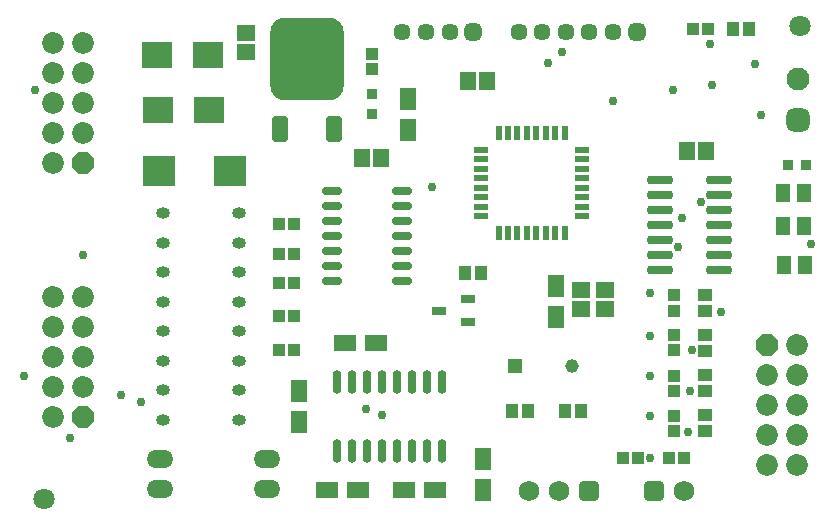
<source format=gts>
G04*
G04 #@! TF.GenerationSoftware,Altium Limited,Altium Designer,21.2.2 (38)*
G04*
G04 Layer_Color=8388736*
%FSLAX25Y25*%
%MOIN*%
G70*
G04*
G04 #@! TF.SameCoordinates,1B50571F-948C-47C5-8F8C-4AEDA566EE11*
G04*
G04*
G04 #@! TF.FilePolarity,Negative*
G04*
G01*
G75*
G04:AMPARAMS|DCode=26|XSize=55.91mil|YSize=85.91mil|CornerRadius=12.95mil|HoleSize=0mil|Usage=FLASHONLY|Rotation=0.000|XOffset=0mil|YOffset=0mil|HoleType=Round|Shape=RoundedRectangle|*
%AMROUNDEDRECTD26*
21,1,0.05591,0.06000,0,0,0.0*
21,1,0.03000,0.08591,0,0,0.0*
1,1,0.02591,0.01500,-0.03000*
1,1,0.02591,-0.01500,-0.03000*
1,1,0.02591,-0.01500,0.03000*
1,1,0.02591,0.01500,0.03000*
%
%ADD26ROUNDEDRECTD26*%
G04:AMPARAMS|DCode=27|XSize=245.91mil|YSize=275.91mil|CornerRadius=50.95mil|HoleSize=0mil|Usage=FLASHONLY|Rotation=0.000|XOffset=0mil|YOffset=0mil|HoleType=Round|Shape=RoundedRectangle|*
%AMROUNDEDRECTD27*
21,1,0.24591,0.17400,0,0,0.0*
21,1,0.14400,0.27591,0,0,0.0*
1,1,0.10191,0.07200,-0.08700*
1,1,0.10191,-0.07200,-0.08700*
1,1,0.10191,-0.07200,0.08700*
1,1,0.10191,0.07200,0.08700*
%
%ADD27ROUNDEDRECTD27*%
%ADD28R,0.06102X0.05709*%
%ADD29R,0.05709X0.06102*%
%ADD30R,0.03740X0.03740*%
%ADD31R,0.04134X0.04528*%
%ADD32R,0.04528X0.04134*%
%ADD33R,0.04331X0.03937*%
%ADD34R,0.03937X0.04331*%
%ADD35R,0.01968X0.04724*%
%ADD36R,0.04724X0.01968*%
%ADD37R,0.05118X0.05906*%
%ADD38R,0.10236X0.09055*%
%ADD39R,0.05433X0.07677*%
%ADD40R,0.07677X0.05433*%
%ADD41R,0.10630X0.10236*%
%ADD42O,0.08858X0.06102*%
%ADD43O,0.04528X0.03740*%
G04:AMPARAMS|DCode=44|XSize=68.9mil|YSize=29.53mil|CornerRadius=14.76mil|HoleSize=0mil|Usage=FLASHONLY|Rotation=0.000|XOffset=0mil|YOffset=0mil|HoleType=Round|Shape=RoundedRectangle|*
%AMROUNDEDRECTD44*
21,1,0.06890,0.00000,0,0,0.0*
21,1,0.03937,0.02953,0,0,0.0*
1,1,0.02953,0.01968,0.00000*
1,1,0.02953,-0.01968,0.00000*
1,1,0.02953,-0.01968,0.00000*
1,1,0.02953,0.01968,0.00000*
%
%ADD44ROUNDEDRECTD44*%
G04:AMPARAMS|DCode=45|XSize=83.46mil|YSize=29.53mil|CornerRadius=8.86mil|HoleSize=0mil|Usage=FLASHONLY|Rotation=0.000|XOffset=0mil|YOffset=0mil|HoleType=Round|Shape=RoundedRectangle|*
%AMROUNDEDRECTD45*
21,1,0.08346,0.01181,0,0,0.0*
21,1,0.06575,0.02953,0,0,0.0*
1,1,0.01772,0.03287,-0.00591*
1,1,0.01772,-0.03287,-0.00591*
1,1,0.01772,-0.03287,0.00591*
1,1,0.01772,0.03287,0.00591*
%
%ADD45ROUNDEDRECTD45*%
%ADD46O,0.02953X0.07874*%
%ADD47R,0.04591X0.02791*%
%ADD48R,0.04528X0.04528*%
%ADD49C,0.04528*%
%ADD50C,0.07284*%
%ADD51P,0.07884X8X292.5*%
%ADD52C,0.07677*%
G04:AMPARAMS|DCode=53|XSize=76.77mil|YSize=76.77mil|CornerRadius=20.67mil|HoleSize=0mil|Usage=FLASHONLY|Rotation=90.000|XOffset=0mil|YOffset=0mil|HoleType=Round|Shape=RoundedRectangle|*
%AMROUNDEDRECTD53*
21,1,0.07677,0.03543,0,0,90.0*
21,1,0.03543,0.07677,0,0,90.0*
1,1,0.04134,0.01772,0.01772*
1,1,0.04134,0.01772,-0.01772*
1,1,0.04134,-0.01772,-0.01772*
1,1,0.04134,-0.01772,0.01772*
%
%ADD53ROUNDEDRECTD53*%
%ADD54C,0.05709*%
G04:AMPARAMS|DCode=55|XSize=57.09mil|YSize=57.09mil|CornerRadius=15.75mil|HoleSize=0mil|Usage=FLASHONLY|Rotation=180.000|XOffset=0mil|YOffset=0mil|HoleType=Round|Shape=RoundedRectangle|*
%AMROUNDEDRECTD55*
21,1,0.05709,0.02559,0,0,180.0*
21,1,0.02559,0.05709,0,0,180.0*
1,1,0.03150,-0.01280,0.01280*
1,1,0.03150,0.01280,0.01280*
1,1,0.03150,0.01280,-0.01280*
1,1,0.03150,-0.01280,-0.01280*
%
%ADD55ROUNDEDRECTD55*%
G04:AMPARAMS|DCode=56|XSize=68.9mil|YSize=68.9mil|CornerRadius=18.7mil|HoleSize=0mil|Usage=FLASHONLY|Rotation=180.000|XOffset=0mil|YOffset=0mil|HoleType=Round|Shape=RoundedRectangle|*
%AMROUNDEDRECTD56*
21,1,0.06890,0.03150,0,0,180.0*
21,1,0.03150,0.06890,0,0,180.0*
1,1,0.03740,-0.01575,0.01575*
1,1,0.03740,0.01575,0.01575*
1,1,0.03740,0.01575,-0.01575*
1,1,0.03740,-0.01575,-0.01575*
%
%ADD56ROUNDEDRECTD56*%
%ADD57C,0.06890*%
%ADD58C,0.07087*%
%ADD59C,0.02953*%
D26*
X94346Y132996D02*
D03*
X112346D02*
D03*
D27*
X103347Y156496D02*
D03*
D28*
X82874Y158858D02*
D03*
Y165157D02*
D03*
X202756Y79527D02*
D03*
Y73228D02*
D03*
X194488D02*
D03*
Y79527D02*
D03*
D29*
X156890Y149016D02*
D03*
X163189D02*
D03*
X127953Y123622D02*
D03*
X121653D02*
D03*
X236221Y125787D02*
D03*
X229921D02*
D03*
D30*
X263583Y121063D02*
D03*
X269488D02*
D03*
X125000Y138287D02*
D03*
Y144783D02*
D03*
D31*
X155807Y85236D02*
D03*
X161122D02*
D03*
X245273Y166341D02*
D03*
X250588D02*
D03*
X189272Y39173D02*
D03*
X194587D02*
D03*
X176870D02*
D03*
X171555D02*
D03*
D32*
X235827Y59252D02*
D03*
Y64567D02*
D03*
Y32382D02*
D03*
Y37697D02*
D03*
Y45768D02*
D03*
Y51083D02*
D03*
Y72539D02*
D03*
Y77854D02*
D03*
D33*
X125000Y158268D02*
D03*
Y153150D02*
D03*
X225590Y72638D02*
D03*
Y77756D02*
D03*
Y50984D02*
D03*
Y45866D02*
D03*
Y32480D02*
D03*
Y37598D02*
D03*
Y64468D02*
D03*
Y59350D02*
D03*
D34*
X213583Y23622D02*
D03*
X208465D02*
D03*
X228937D02*
D03*
X223819D02*
D03*
X99016Y70669D02*
D03*
X93898D02*
D03*
Y59646D02*
D03*
X99016D02*
D03*
Y91535D02*
D03*
X93898D02*
D03*
Y81693D02*
D03*
X99016D02*
D03*
X231890Y166535D02*
D03*
X237008D02*
D03*
X93898Y101378D02*
D03*
X99016D02*
D03*
D35*
X167126Y98425D02*
D03*
X170276D02*
D03*
X173425D02*
D03*
X176575D02*
D03*
X179724D02*
D03*
X182874D02*
D03*
X186024D02*
D03*
X189173D02*
D03*
Y131890D02*
D03*
X186024D02*
D03*
X182874D02*
D03*
X179724D02*
D03*
X176575D02*
D03*
X173425D02*
D03*
X170276D02*
D03*
X167126D02*
D03*
D36*
X194882Y104134D02*
D03*
Y107283D02*
D03*
Y110433D02*
D03*
Y113583D02*
D03*
Y116732D02*
D03*
Y119882D02*
D03*
Y123031D02*
D03*
Y126181D02*
D03*
X161417D02*
D03*
Y123031D02*
D03*
Y119882D02*
D03*
Y116732D02*
D03*
Y113583D02*
D03*
Y110433D02*
D03*
Y107283D02*
D03*
Y104134D02*
D03*
D37*
X262106Y111811D02*
D03*
X268996D02*
D03*
X262303Y87795D02*
D03*
X269193D02*
D03*
X262106Y100787D02*
D03*
X268996D02*
D03*
D38*
X53347Y157874D02*
D03*
X70276D02*
D03*
X70669Y139370D02*
D03*
X53740D02*
D03*
D39*
X136811Y132874D02*
D03*
Y143189D02*
D03*
X162008Y12717D02*
D03*
Y23031D02*
D03*
X100591Y35591D02*
D03*
Y45906D02*
D03*
X186221Y80748D02*
D03*
Y70433D02*
D03*
D40*
X135591Y12795D02*
D03*
X145905D02*
D03*
X110000D02*
D03*
X120315D02*
D03*
X115905Y61811D02*
D03*
X126221D02*
D03*
D41*
X77658Y119291D02*
D03*
X53839D02*
D03*
D42*
X54134Y23110D02*
D03*
Y13110D02*
D03*
X89961Y23110D02*
D03*
Y13110D02*
D03*
D43*
X55118Y85512D02*
D03*
Y75512D02*
D03*
X80709Y85512D02*
D03*
Y75512D02*
D03*
Y95197D02*
D03*
Y105197D02*
D03*
X55118Y95197D02*
D03*
Y105197D02*
D03*
X80709Y36142D02*
D03*
Y46142D02*
D03*
X55118Y36142D02*
D03*
Y46142D02*
D03*
Y65827D02*
D03*
Y55827D02*
D03*
X80709Y65827D02*
D03*
Y55827D02*
D03*
D44*
X134843Y112323D02*
D03*
Y107323D02*
D03*
Y102323D02*
D03*
Y97323D02*
D03*
Y92323D02*
D03*
Y87323D02*
D03*
Y82323D02*
D03*
X111614D02*
D03*
Y87323D02*
D03*
Y92323D02*
D03*
Y97323D02*
D03*
Y102323D02*
D03*
Y107323D02*
D03*
Y112323D02*
D03*
D45*
X220965Y116181D02*
D03*
Y111181D02*
D03*
Y106181D02*
D03*
Y101181D02*
D03*
Y96181D02*
D03*
Y91181D02*
D03*
Y86181D02*
D03*
X240453D02*
D03*
Y91181D02*
D03*
Y96181D02*
D03*
Y101181D02*
D03*
Y106181D02*
D03*
Y111181D02*
D03*
Y116181D02*
D03*
D46*
X148394Y48720D02*
D03*
X143394D02*
D03*
X138394D02*
D03*
X133394D02*
D03*
X128394D02*
D03*
X123394D02*
D03*
X118394D02*
D03*
X113394D02*
D03*
X148394Y25886D02*
D03*
X143394D02*
D03*
X138394D02*
D03*
X133394D02*
D03*
X128394D02*
D03*
X123394D02*
D03*
X118394D02*
D03*
X113394D02*
D03*
D47*
X147265Y72638D02*
D03*
X157065Y76338D02*
D03*
Y68938D02*
D03*
D48*
X172480Y54134D02*
D03*
D49*
X191693D02*
D03*
D50*
X266614Y21142D02*
D03*
Y41142D02*
D03*
Y31142D02*
D03*
X256614Y21142D02*
D03*
Y31142D02*
D03*
X266614Y61142D02*
D03*
X256614Y51142D02*
D03*
X266614D02*
D03*
X256614Y41142D02*
D03*
X18622Y161732D02*
D03*
Y141732D02*
D03*
Y151732D02*
D03*
X28622Y161732D02*
D03*
Y151732D02*
D03*
X18622Y121732D02*
D03*
X28622Y131732D02*
D03*
X18622D02*
D03*
X28622Y141732D02*
D03*
X18622Y77087D02*
D03*
Y57087D02*
D03*
Y67087D02*
D03*
X28622Y77087D02*
D03*
Y67087D02*
D03*
X18622Y37087D02*
D03*
X28622Y47087D02*
D03*
X18622D02*
D03*
X28622Y57087D02*
D03*
D51*
X256614Y61142D02*
D03*
X28622Y121732D02*
D03*
Y37087D02*
D03*
D52*
X266929Y149803D02*
D03*
D53*
Y136024D02*
D03*
D54*
X135039Y165354D02*
D03*
X142913D02*
D03*
X150787D02*
D03*
X197441Y165551D02*
D03*
X205315D02*
D03*
X189567D02*
D03*
X181693D02*
D03*
X173819D02*
D03*
D55*
X158661Y165354D02*
D03*
X213189Y165551D02*
D03*
D56*
X197402Y12598D02*
D03*
X219016D02*
D03*
D57*
X187402D02*
D03*
X177402D02*
D03*
X229016D02*
D03*
D58*
X267717Y167323D02*
D03*
X15748Y9843D02*
D03*
D59*
X9055Y50787D02*
D03*
X217717Y78347D02*
D03*
X217732Y37398D02*
D03*
X217717Y50738D02*
D03*
Y64173D02*
D03*
X238382Y147918D02*
D03*
X237598Y161417D02*
D03*
X227023Y93843D02*
D03*
X228346Y103543D02*
D03*
X234621Y108686D02*
D03*
X205118Y142323D02*
D03*
X271260Y94685D02*
D03*
X231594Y59449D02*
D03*
X217717Y23622D02*
D03*
X241339Y72047D02*
D03*
X231102Y45669D02*
D03*
X230315Y32283D02*
D03*
X254724Y137795D02*
D03*
X252756Y154724D02*
D03*
X188189Y158661D02*
D03*
X225197Y146063D02*
D03*
X183465Y155118D02*
D03*
X144841Y113739D02*
D03*
X28740Y91142D02*
D03*
X48031Y42126D02*
D03*
X12598Y146063D02*
D03*
X24409Y30315D02*
D03*
X41280Y44488D02*
D03*
X122835Y39764D02*
D03*
X128347Y37795D02*
D03*
M02*

</source>
